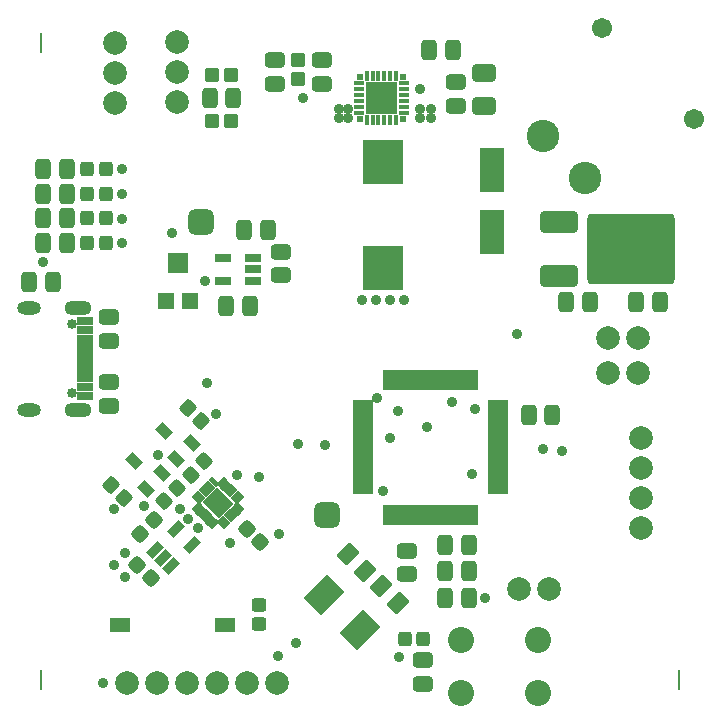
<source format=gts>
G04*
G04 #@! TF.GenerationSoftware,Altium Limited,Altium Designer,24.4.1 (13)*
G04*
G04 Layer_Color=8388736*
%FSLAX25Y25*%
%MOIN*%
G70*
G04*
G04 #@! TF.SameCoordinates,4848AC28-F08C-4A73-8BB8-69E0F556E231*
G04*
G04*
G04 #@! TF.FilePolarity,Negative*
G04*
G01*
G75*
G04:AMPARAMS|DCode=51|XSize=110.36mil|YSize=82.8mil|CornerRadius=0mil|HoleSize=0mil|Usage=FLASHONLY|Rotation=225.000|XOffset=0mil|YOffset=0mil|HoleType=Round|Shape=Rectangle|*
%AMROTATEDRECTD51*
4,1,4,0.00974,0.06829,0.06829,0.00974,-0.00974,-0.06829,-0.06829,-0.00974,0.00974,0.06829,0.0*
%
%ADD51ROTATEDRECTD51*%

G04:AMPARAMS|DCode=52|XSize=86.74mil|YSize=86.74mil|CornerRadius=23.68mil|HoleSize=0mil|Usage=FLASHONLY|Rotation=0.000|XOffset=0mil|YOffset=0mil|HoleType=Round|Shape=RoundedRectangle|*
%AMROUNDEDRECTD52*
21,1,0.08674,0.03937,0,0,0.0*
21,1,0.03937,0.08674,0,0,0.0*
1,1,0.04737,0.01968,-0.01968*
1,1,0.04737,-0.01968,-0.01968*
1,1,0.04737,-0.01968,0.01968*
1,1,0.04737,0.01968,0.01968*
%
%ADD52ROUNDEDRECTD52*%
%ADD53R,0.05288X0.03162*%
%ADD54R,0.05288X0.01981*%
%ADD55R,0.01981X0.06706*%
%ADD56R,0.06706X0.01981*%
G04:AMPARAMS|DCode=57|XSize=70.99mil|YSize=126.11mil|CornerRadius=11.87mil|HoleSize=0mil|Usage=FLASHONLY|Rotation=90.000|XOffset=0mil|YOffset=0mil|HoleType=Round|Shape=RoundedRectangle|*
%AMROUNDEDRECTD57*
21,1,0.07099,0.10236,0,0,90.0*
21,1,0.04724,0.12611,0,0,90.0*
1,1,0.02375,0.05118,0.02362*
1,1,0.02375,0.05118,-0.02362*
1,1,0.02375,-0.05118,-0.02362*
1,1,0.02375,-0.05118,0.02362*
%
%ADD57ROUNDEDRECTD57*%
G04:AMPARAMS|DCode=58|XSize=236.35mil|YSize=291.47mil|CornerRadius=15.42mil|HoleSize=0mil|Usage=FLASHONLY|Rotation=90.000|XOffset=0mil|YOffset=0mil|HoleType=Round|Shape=RoundedRectangle|*
%AMROUNDEDRECTD58*
21,1,0.23635,0.26063,0,0,90.0*
21,1,0.20551,0.29147,0,0,90.0*
1,1,0.03084,0.13031,0.10276*
1,1,0.03084,0.13031,-0.10276*
1,1,0.03084,-0.13031,-0.10276*
1,1,0.03084,-0.13031,0.10276*
%
%ADD58ROUNDEDRECTD58*%
%ADD59R,0.06706X0.05131*%
G04:AMPARAMS|DCode=60|XSize=65.09mil|YSize=51.31mil|CornerRadius=9.41mil|HoleSize=0mil|Usage=FLASHONLY|Rotation=180.000|XOffset=0mil|YOffset=0mil|HoleType=Round|Shape=RoundedRectangle|*
%AMROUNDEDRECTD60*
21,1,0.06509,0.03248,0,0,180.0*
21,1,0.04626,0.05131,0,0,180.0*
1,1,0.01883,-0.02313,0.01624*
1,1,0.01883,0.02313,0.01624*
1,1,0.01883,0.02313,-0.01624*
1,1,0.01883,-0.02313,-0.01624*
%
%ADD60ROUNDEDRECTD60*%
G04:AMPARAMS|DCode=61|XSize=65.09mil|YSize=51.31mil|CornerRadius=9.41mil|HoleSize=0mil|Usage=FLASHONLY|Rotation=270.000|XOffset=0mil|YOffset=0mil|HoleType=Round|Shape=RoundedRectangle|*
%AMROUNDEDRECTD61*
21,1,0.06509,0.03248,0,0,270.0*
21,1,0.04626,0.05131,0,0,270.0*
1,1,0.01883,-0.01624,-0.02313*
1,1,0.01883,-0.01624,0.02313*
1,1,0.01883,0.01624,0.02313*
1,1,0.01883,0.01624,-0.02313*
%
%ADD61ROUNDEDRECTD61*%
%ADD62R,0.05524X0.05524*%
%ADD63R,0.07099X0.06706*%
G04:AMPARAMS|DCode=64|XSize=47.37mil|YSize=45.4mil|CornerRadius=8.68mil|HoleSize=0mil|Usage=FLASHONLY|Rotation=90.000|XOffset=0mil|YOffset=0mil|HoleType=Round|Shape=RoundedRectangle|*
%AMROUNDEDRECTD64*
21,1,0.04737,0.02805,0,0,90.0*
21,1,0.03002,0.04540,0,0,90.0*
1,1,0.01735,0.01403,0.01501*
1,1,0.01735,0.01403,-0.01501*
1,1,0.01735,-0.01403,-0.01501*
1,1,0.01735,-0.01403,0.01501*
%
%ADD64ROUNDEDRECTD64*%
G04:AMPARAMS|DCode=65|XSize=47.37mil|YSize=45.4mil|CornerRadius=8.68mil|HoleSize=0mil|Usage=FLASHONLY|Rotation=45.000|XOffset=0mil|YOffset=0mil|HoleType=Round|Shape=RoundedRectangle|*
%AMROUNDEDRECTD65*
21,1,0.04737,0.02805,0,0,45.0*
21,1,0.03002,0.04540,0,0,45.0*
1,1,0.01735,0.02053,0.00070*
1,1,0.01735,-0.00070,-0.02053*
1,1,0.01735,-0.02053,-0.00070*
1,1,0.01735,0.00070,0.02053*
%
%ADD65ROUNDEDRECTD65*%
G04:AMPARAMS|DCode=66|XSize=47.37mil|YSize=45.4mil|CornerRadius=8.68mil|HoleSize=0mil|Usage=FLASHONLY|Rotation=135.000|XOffset=0mil|YOffset=0mil|HoleType=Round|Shape=RoundedRectangle|*
%AMROUNDEDRECTD66*
21,1,0.04737,0.02805,0,0,135.0*
21,1,0.03002,0.04540,0,0,135.0*
1,1,0.01735,-0.00070,0.02053*
1,1,0.01735,0.02053,-0.00070*
1,1,0.01735,0.00070,-0.02053*
1,1,0.01735,-0.02053,0.00070*
%
%ADD66ROUNDEDRECTD66*%
G04:AMPARAMS|DCode=67|XSize=47.37mil|YSize=45.4mil|CornerRadius=8.68mil|HoleSize=0mil|Usage=FLASHONLY|Rotation=0.000|XOffset=0mil|YOffset=0mil|HoleType=Round|Shape=RoundedRectangle|*
%AMROUNDEDRECTD67*
21,1,0.04737,0.02805,0,0,0.0*
21,1,0.03002,0.04540,0,0,0.0*
1,1,0.01735,0.01501,-0.01403*
1,1,0.01735,-0.01501,-0.01403*
1,1,0.01735,-0.01501,0.01403*
1,1,0.01735,0.01501,0.01403*
%
%ADD67ROUNDEDRECTD67*%
G04:AMPARAMS|DCode=68|XSize=47.37mil|YSize=35.56mil|CornerRadius=0mil|HoleSize=0mil|Usage=FLASHONLY|Rotation=135.000|XOffset=0mil|YOffset=0mil|HoleType=Round|Shape=Rectangle|*
%AMROTATEDRECTD68*
4,1,4,0.02932,-0.00418,0.00418,-0.02932,-0.02932,0.00418,-0.00418,0.02932,0.02932,-0.00418,0.0*
%
%ADD68ROTATEDRECTD68*%

%ADD69R,0.13398X0.14776*%
%ADD70R,0.05524X0.03162*%
G04:AMPARAMS|DCode=71|XSize=37.53mil|YSize=15.87mil|CornerRadius=0mil|HoleSize=0mil|Usage=FLASHONLY|Rotation=45.000|XOffset=0mil|YOffset=0mil|HoleType=Round|Shape=Rectangle|*
%AMROTATEDRECTD71*
4,1,4,-0.00766,-0.01888,-0.01888,-0.00766,0.00766,0.01888,0.01888,0.00766,-0.00766,-0.01888,0.0*
%
%ADD71ROTATEDRECTD71*%

G04:AMPARAMS|DCode=72|XSize=37.53mil|YSize=15.87mil|CornerRadius=0mil|HoleSize=0mil|Usage=FLASHONLY|Rotation=135.000|XOffset=0mil|YOffset=0mil|HoleType=Round|Shape=Rectangle|*
%AMROTATEDRECTD72*
4,1,4,0.01888,-0.00766,0.00766,-0.01888,-0.01888,0.00766,-0.00766,0.01888,0.01888,-0.00766,0.0*
%
%ADD72ROTATEDRECTD72*%

G04:AMPARAMS|DCode=73|XSize=76.9mil|YSize=70.6mil|CornerRadius=0mil|HoleSize=0mil|Usage=FLASHONLY|Rotation=135.000|XOffset=0mil|YOffset=0mil|HoleType=Round|Shape=Rectangle|*
%AMROTATEDRECTD73*
4,1,4,0.05215,-0.00223,0.00223,-0.05215,-0.05215,0.00223,-0.00223,0.05215,0.05215,-0.00223,0.0*
%
%ADD73ROTATEDRECTD73*%

G04:AMPARAMS|DCode=74|XSize=55.24mil|YSize=31.62mil|CornerRadius=0mil|HoleSize=0mil|Usage=FLASHONLY|Rotation=45.000|XOffset=0mil|YOffset=0mil|HoleType=Round|Shape=Rectangle|*
%AMROTATEDRECTD74*
4,1,4,-0.00835,-0.03071,-0.03071,-0.00835,0.00835,0.03071,0.03071,0.00835,-0.00835,-0.03071,0.0*
%
%ADD74ROTATEDRECTD74*%

%ADD75R,0.02276X0.02276*%
%ADD76R,0.05229X0.05229*%
%ADD77R,0.01784X0.03556*%
%ADD78R,0.03556X0.01784*%
G04:AMPARAMS|DCode=79|XSize=76.9mil|YSize=57.21mil|CornerRadius=10.15mil|HoleSize=0mil|Usage=FLASHONLY|Rotation=0.000|XOffset=0mil|YOffset=0mil|HoleType=Round|Shape=RoundedRectangle|*
%AMROUNDEDRECTD79*
21,1,0.07690,0.03691,0,0,0.0*
21,1,0.05659,0.05721,0,0,0.0*
1,1,0.02030,0.02830,-0.01846*
1,1,0.02030,-0.02830,-0.01846*
1,1,0.02030,-0.02830,0.01846*
1,1,0.02030,0.02830,0.01846*
%
%ADD79ROUNDEDRECTD79*%
G04:AMPARAMS|DCode=80|XSize=47.37mil|YSize=47.37mil|CornerRadius=8.92mil|HoleSize=0mil|Usage=FLASHONLY|Rotation=225.000|XOffset=0mil|YOffset=0mil|HoleType=Round|Shape=RoundedRectangle|*
%AMROUNDEDRECTD80*
21,1,0.04737,0.02953,0,0,225.0*
21,1,0.02953,0.04737,0,0,225.0*
1,1,0.01784,-0.02088,0.00000*
1,1,0.01784,0.00000,0.02088*
1,1,0.01784,0.02088,0.00000*
1,1,0.01784,0.00000,-0.02088*
%
%ADD80ROUNDEDRECTD80*%
G04:AMPARAMS|DCode=81|XSize=47.37mil|YSize=47.37mil|CornerRadius=8.92mil|HoleSize=0mil|Usage=FLASHONLY|Rotation=135.000|XOffset=0mil|YOffset=0mil|HoleType=Round|Shape=RoundedRectangle|*
%AMROUNDEDRECTD81*
21,1,0.04737,0.02953,0,0,135.0*
21,1,0.02953,0.04737,0,0,135.0*
1,1,0.01784,0.00000,0.02088*
1,1,0.01784,0.02088,0.00000*
1,1,0.01784,0.00000,-0.02088*
1,1,0.01784,-0.02088,0.00000*
%
%ADD81ROUNDEDRECTD81*%
G04:AMPARAMS|DCode=82|XSize=65.09mil|YSize=51.31mil|CornerRadius=9.41mil|HoleSize=0mil|Usage=FLASHONLY|Rotation=45.000|XOffset=0mil|YOffset=0mil|HoleType=Round|Shape=RoundedRectangle|*
%AMROUNDEDRECTD82*
21,1,0.06509,0.03248,0,0,45.0*
21,1,0.04626,0.05131,0,0,45.0*
1,1,0.01883,0.02784,0.00487*
1,1,0.01883,-0.00487,-0.02784*
1,1,0.01883,-0.02784,-0.00487*
1,1,0.01883,0.00487,0.02784*
%
%ADD82ROUNDEDRECTD82*%
%ADD83R,0.08083X0.14776*%
G04:AMPARAMS|DCode=84|XSize=47.37mil|YSize=47.37mil|CornerRadius=8.92mil|HoleSize=0mil|Usage=FLASHONLY|Rotation=180.000|XOffset=0mil|YOffset=0mil|HoleType=Round|Shape=RoundedRectangle|*
%AMROUNDEDRECTD84*
21,1,0.04737,0.02953,0,0,180.0*
21,1,0.02953,0.04737,0,0,180.0*
1,1,0.01784,-0.01476,0.01476*
1,1,0.01784,0.01476,0.01476*
1,1,0.01784,0.01476,-0.01476*
1,1,0.01784,-0.01476,-0.01476*
%
%ADD84ROUNDEDRECTD84*%
G04:AMPARAMS|DCode=85|XSize=47.37mil|YSize=47.37mil|CornerRadius=8.92mil|HoleSize=0mil|Usage=FLASHONLY|Rotation=270.000|XOffset=0mil|YOffset=0mil|HoleType=Round|Shape=RoundedRectangle|*
%AMROUNDEDRECTD85*
21,1,0.04737,0.02953,0,0,270.0*
21,1,0.02953,0.04737,0,0,270.0*
1,1,0.01784,-0.01476,-0.01476*
1,1,0.01784,-0.01476,0.01476*
1,1,0.01784,0.01476,0.01476*
1,1,0.01784,0.01476,-0.01476*
%
%ADD85ROUNDEDRECTD85*%
%ADD86C,0.07887*%
%ADD87C,0.03359*%
%ADD88O,0.07887X0.04343*%
%ADD89O,0.09068X0.04934*%
%ADD90C,0.10839*%
%ADD91C,0.06706*%
%ADD92C,0.08674*%
%ADD93O,0.00800X0.06800*%
%ADD94C,0.03556*%
D51*
X224330Y158544D02*
D03*
X236300Y146574D02*
D03*
D52*
X225394Y185039D02*
D03*
X183465Y282677D02*
D03*
D53*
X144685Y224606D02*
D03*
Y227756D02*
D03*
Y246654D02*
D03*
Y249803D02*
D03*
D54*
Y230315D02*
D03*
Y232283D02*
D03*
Y234252D02*
D03*
Y236221D02*
D03*
Y238189D02*
D03*
Y240158D02*
D03*
Y242126D02*
D03*
Y244094D02*
D03*
D55*
X245079Y185236D02*
D03*
X247047D02*
D03*
X249016D02*
D03*
X250984D02*
D03*
X252953D02*
D03*
X254921D02*
D03*
X256890D02*
D03*
X258858D02*
D03*
X260827D02*
D03*
X262795D02*
D03*
X264764D02*
D03*
X266732D02*
D03*
X268701D02*
D03*
X270669D02*
D03*
X272638D02*
D03*
X274606D02*
D03*
Y230118D02*
D03*
X272638D02*
D03*
X270669D02*
D03*
X268701D02*
D03*
X266732D02*
D03*
X264764D02*
D03*
X262795D02*
D03*
X260827D02*
D03*
X258858D02*
D03*
X256890D02*
D03*
X254921D02*
D03*
X252953D02*
D03*
X250984D02*
D03*
X249016D02*
D03*
X247047D02*
D03*
X245079D02*
D03*
D56*
X282283Y192913D02*
D03*
Y194882D02*
D03*
Y196850D02*
D03*
Y198819D02*
D03*
Y200787D02*
D03*
Y202756D02*
D03*
Y204724D02*
D03*
Y206693D02*
D03*
Y208661D02*
D03*
Y210630D02*
D03*
Y212598D02*
D03*
Y214567D02*
D03*
Y216535D02*
D03*
Y218504D02*
D03*
Y220472D02*
D03*
Y222441D02*
D03*
X237402D02*
D03*
Y220472D02*
D03*
Y218504D02*
D03*
Y216535D02*
D03*
Y214567D02*
D03*
Y212598D02*
D03*
Y210630D02*
D03*
Y208661D02*
D03*
Y206693D02*
D03*
Y204724D02*
D03*
Y202756D02*
D03*
Y200787D02*
D03*
Y198819D02*
D03*
Y196850D02*
D03*
Y194882D02*
D03*
Y192913D02*
D03*
D57*
X302756Y282835D02*
D03*
Y264803D02*
D03*
D58*
X326575Y273819D02*
D03*
D59*
X156299Y148425D02*
D03*
X191339D02*
D03*
D60*
X209843Y264960D02*
D03*
Y272834D02*
D03*
X251969Y165354D02*
D03*
Y173228D02*
D03*
X152559Y250985D02*
D03*
Y243111D02*
D03*
X152559Y221456D02*
D03*
Y229330D02*
D03*
X207874Y328740D02*
D03*
Y336614D02*
D03*
X223622Y336614D02*
D03*
Y328741D02*
D03*
X257456Y136613D02*
D03*
Y128739D02*
D03*
X268356Y329357D02*
D03*
Y321483D02*
D03*
D61*
X205512Y279922D02*
D03*
X197638D02*
D03*
X199607Y254725D02*
D03*
X191733D02*
D03*
X133859Y262796D02*
D03*
X125985D02*
D03*
X267323Y340158D02*
D03*
X259449D02*
D03*
X186221Y324016D02*
D03*
X194095D02*
D03*
X138603Y275590D02*
D03*
X130729D02*
D03*
X138603Y283908D02*
D03*
X130729D02*
D03*
X138603Y292224D02*
D03*
X130729D02*
D03*
X138603Y300541D02*
D03*
X130729D02*
D03*
X300394Y218504D02*
D03*
X292520D02*
D03*
X264764Y157480D02*
D03*
X272638D02*
D03*
X264764Y166339D02*
D03*
X272638D02*
D03*
X264764Y175197D02*
D03*
X272638D02*
D03*
X328346Y255906D02*
D03*
X336221D02*
D03*
X312992D02*
D03*
X305118D02*
D03*
D62*
X171653Y256299D02*
D03*
X179528D02*
D03*
D63*
X175591Y269094D02*
D03*
D64*
X145296Y275590D02*
D03*
X151595D02*
D03*
X145296Y283908D02*
D03*
X151595D02*
D03*
X257480Y143701D02*
D03*
X251181D02*
D03*
X145296Y292224D02*
D03*
X151595D02*
D03*
X145296Y300541D02*
D03*
X151595D02*
D03*
D65*
X178875Y220731D02*
D03*
X183329Y216277D02*
D03*
X153285Y195141D02*
D03*
X157739Y190686D02*
D03*
D66*
X179859Y198560D02*
D03*
X184314Y203014D02*
D03*
X175455Y194156D02*
D03*
X171001Y189702D02*
D03*
D67*
X202756Y155118D02*
D03*
Y148819D02*
D03*
D68*
X170872Y212986D02*
D03*
X180198Y208950D02*
D03*
X174909Y203660D02*
D03*
X161029Y203144D02*
D03*
X170355Y199107D02*
D03*
X165066Y193818D02*
D03*
D69*
X244094Y267323D02*
D03*
Y302756D02*
D03*
D70*
X200590Y263189D02*
D03*
Y266929D02*
D03*
Y270669D02*
D03*
X190748D02*
D03*
Y263189D02*
D03*
D71*
X182017Y187584D02*
D03*
X183130Y186471D02*
D03*
X184244Y185357D02*
D03*
X185357Y184244D02*
D03*
X186471Y183130D02*
D03*
X187584Y182017D02*
D03*
X195936Y190368D02*
D03*
X194823Y191482D02*
D03*
X193709Y192595D02*
D03*
X192595Y193709D02*
D03*
X191482Y194823D02*
D03*
X190368Y195936D02*
D03*
D72*
Y182017D02*
D03*
X191482Y183130D02*
D03*
X192595Y184244D02*
D03*
X193709Y185357D02*
D03*
X194823Y186471D02*
D03*
X195936Y187584D02*
D03*
X187584Y195936D02*
D03*
X186471Y194823D02*
D03*
X185357Y193709D02*
D03*
X184244Y192595D02*
D03*
X183130Y191482D02*
D03*
X182017Y190368D02*
D03*
D73*
X188976Y188976D02*
D03*
D74*
X175048Y180337D02*
D03*
X180337Y175048D02*
D03*
X173377Y168088D02*
D03*
X170733Y170733D02*
D03*
X168088Y173377D02*
D03*
D75*
X236315Y331205D02*
D03*
X250590D02*
D03*
Y316929D02*
D03*
X236315D02*
D03*
D76*
X246063Y321457D02*
D03*
X240843D02*
D03*
X246063Y326677D02*
D03*
X240843D02*
D03*
D77*
X238531Y331547D02*
D03*
X240500D02*
D03*
X242469D02*
D03*
X244437D02*
D03*
X246406D02*
D03*
X248374D02*
D03*
Y316587D02*
D03*
X246406D02*
D03*
X244437D02*
D03*
X242469D02*
D03*
X240500D02*
D03*
X238531D02*
D03*
D78*
X250933Y328988D02*
D03*
Y327020D02*
D03*
Y325051D02*
D03*
Y323083D02*
D03*
Y321114D02*
D03*
Y319146D02*
D03*
X235972D02*
D03*
Y321114D02*
D03*
Y323083D02*
D03*
Y325051D02*
D03*
Y327020D02*
D03*
Y328988D02*
D03*
D79*
X277559Y332283D02*
D03*
Y321260D02*
D03*
D80*
X203014Y175923D02*
D03*
X198560Y180377D02*
D03*
X166597Y164111D02*
D03*
X162143Y168566D02*
D03*
D81*
X163127Y178875D02*
D03*
X167581Y183329D02*
D03*
D82*
X238020Y166507D02*
D03*
X232452Y172075D02*
D03*
X243279Y161249D02*
D03*
X248847Y155681D02*
D03*
D83*
X280315Y279429D02*
D03*
Y300098D02*
D03*
D84*
X215748Y330315D02*
D03*
Y336614D02*
D03*
D85*
X193307Y331890D02*
D03*
X187008D02*
D03*
X193307Y316535D02*
D03*
X187008D02*
D03*
D86*
X328898Y244094D02*
D03*
X154724Y332283D02*
D03*
Y342284D02*
D03*
X328898Y232283D02*
D03*
X318898D02*
D03*
X329921Y210709D02*
D03*
Y200709D02*
D03*
X318898Y244094D02*
D03*
X154724Y322284D02*
D03*
X299213Y160433D02*
D03*
X289213D02*
D03*
X208661Y128937D02*
D03*
X198661Y128957D02*
D03*
X188661Y128937D02*
D03*
X178661D02*
D03*
X329921Y190709D02*
D03*
X168661Y128937D02*
D03*
X158661D02*
D03*
X329921Y180709D02*
D03*
X175197Y342677D02*
D03*
Y332677D02*
D03*
Y322677D02*
D03*
D87*
X140472Y248583D02*
D03*
Y225827D02*
D03*
D88*
X125984Y220197D02*
D03*
Y254213D02*
D03*
D89*
X142441Y220197D02*
D03*
Y254213D02*
D03*
D90*
X297448Y311368D02*
D03*
X311368Y297448D02*
D03*
D91*
X347558Y316935D02*
D03*
X316935Y347558D02*
D03*
D92*
X295497Y125812D02*
D03*
X269906D02*
D03*
X295497Y143528D02*
D03*
X269906D02*
D03*
D93*
X129921Y342520D02*
D03*
Y129921D02*
D03*
X342520D02*
D03*
D94*
X188976Y188976D02*
D03*
X246063Y321457D02*
D03*
X240843D02*
D03*
X246063Y326677D02*
D03*
X240843D02*
D03*
X157087Y300394D02*
D03*
X288583Y245276D02*
D03*
X303543Y206299D02*
D03*
X184646Y262992D02*
D03*
X195276Y198425D02*
D03*
X130709Y269291D02*
D03*
X157087Y275590D02*
D03*
X224803Y208268D02*
D03*
X185433Y229134D02*
D03*
X241914Y224078D02*
D03*
X248819Y219685D02*
D03*
X214961Y142520D02*
D03*
X208858Y138226D02*
D03*
X246457Y210630D02*
D03*
X258661Y214567D02*
D03*
X157874Y172441D02*
D03*
Y164567D02*
D03*
X173622Y279134D02*
D03*
X297244Y207087D02*
D03*
X154331Y187008D02*
D03*
X188189Y218898D02*
D03*
X215748Y208661D02*
D03*
X168898Y205118D02*
D03*
X157087Y283858D02*
D03*
X202756Y197638D02*
D03*
X259879Y320472D02*
D03*
X274606Y220472D02*
D03*
X256299Y327165D02*
D03*
Y320472D02*
D03*
X266828Y222597D02*
D03*
X244094Y192913D02*
D03*
X232299Y320488D02*
D03*
X229331D02*
D03*
X232283Y317520D02*
D03*
X259842Y317323D02*
D03*
X273622Y198819D02*
D03*
X229315Y317520D02*
D03*
X256299Y317323D02*
D03*
X250919Y256693D02*
D03*
X246325D02*
D03*
X241732D02*
D03*
X237139D02*
D03*
X157087Y292126D02*
D03*
X154331Y168504D02*
D03*
X329724Y265945D02*
D03*
Y273819D02*
D03*
X322835D02*
D03*
X329724Y280709D02*
D03*
X209449Y178740D02*
D03*
X192913Y175856D02*
D03*
X182283Y180709D02*
D03*
X179134Y183858D02*
D03*
X176181Y187008D02*
D03*
X164370Y187992D02*
D03*
X150591Y128937D02*
D03*
X249213Y137795D02*
D03*
X277953Y157480D02*
D03*
X322835Y280709D02*
D03*
X316929Y265945D02*
D03*
X322835D02*
D03*
X316929Y273819D02*
D03*
X217323Y324016D02*
D03*
X316929Y280709D02*
D03*
M02*

</source>
